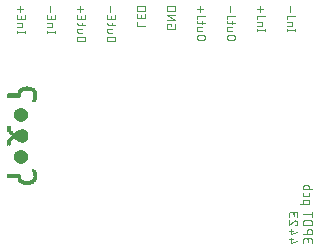
<source format=gbr>
G04 EAGLE Gerber RS-274X export*
G75*
%MOMM*%
%FSLAX34Y34*%
%LPD*%
%INSilkscreen Bottom*%
%IPPOS*%
%AMOC8*
5,1,8,0,0,1.08239X$1,22.5*%
G01*
%ADD10C,0.076200*%
%ADD11R,0.025400X0.152400*%
%ADD12R,0.025400X0.101600*%
%ADD13R,0.025400X0.025400*%
%ADD14R,0.025400X0.050800*%
%ADD15R,0.025400X0.279400*%
%ADD16R,0.025400X0.355600*%
%ADD17R,0.025400X0.304800*%
%ADD18R,0.025400X0.431800*%
%ADD19R,0.025400X0.482600*%
%ADD20R,0.025400X0.533400*%
%ADD21R,0.025400X0.558800*%
%ADD22R,0.025400X0.584200*%
%ADD23R,0.025400X0.609600*%
%ADD24R,0.025400X0.635000*%
%ADD25R,0.025400X0.660400*%
%ADD26R,0.025400X0.406400*%
%ADD27R,0.025400X0.762000*%
%ADD28R,0.025400X0.736600*%
%ADD29R,0.025400X0.457200*%
%ADD30R,0.025400X0.508000*%
%ADD31R,0.025400X0.711200*%
%ADD32R,0.025400X0.838200*%
%ADD33R,0.025400X0.812800*%
%ADD34R,0.025400X0.863600*%
%ADD35R,0.025400X0.889000*%
%ADD36R,0.025400X0.914400*%
%ADD37R,0.025400X0.965200*%
%ADD38R,0.025400X0.787400*%
%ADD39R,0.025400X0.939800*%
%ADD40R,0.025400X0.990600*%
%ADD41R,0.025400X0.381000*%
%ADD42R,0.025400X1.016000*%
%ADD43R,0.025400X1.041400*%
%ADD44R,0.025400X1.066800*%
%ADD45R,0.025400X1.092200*%
%ADD46R,0.025400X0.685800*%
%ADD47R,0.025400X1.117600*%
%ADD48R,0.025400X1.143000*%
%ADD49R,0.025400X0.330200*%
%ADD50R,0.025400X0.076200*%
%ADD51R,0.025400X0.127000*%
%ADD52R,0.025400X0.203200*%
%ADD53R,0.025400X0.177800*%
%ADD54R,0.025400X0.254000*%


D10*
X25019Y191017D02*
X17653Y191017D01*
X17653Y191835D02*
X17653Y190198D01*
X25019Y190198D02*
X25019Y191835D01*
X22564Y194988D02*
X17653Y194988D01*
X22564Y194988D02*
X22564Y197034D01*
X22562Y197103D01*
X22556Y197171D01*
X22547Y197240D01*
X22533Y197307D01*
X22516Y197374D01*
X22495Y197440D01*
X22471Y197504D01*
X22442Y197567D01*
X22411Y197628D01*
X22376Y197687D01*
X22338Y197745D01*
X22296Y197800D01*
X22252Y197852D01*
X22204Y197902D01*
X22154Y197950D01*
X22102Y197994D01*
X22047Y198036D01*
X21989Y198074D01*
X21930Y198109D01*
X21869Y198140D01*
X21806Y198169D01*
X21742Y198193D01*
X21676Y198214D01*
X21609Y198231D01*
X21542Y198245D01*
X21473Y198254D01*
X21405Y198260D01*
X21336Y198262D01*
X17653Y198262D01*
X17653Y201910D02*
X17653Y205183D01*
X17653Y201910D02*
X25019Y201910D01*
X25019Y205183D01*
X21745Y204365D02*
X21745Y201910D01*
X20518Y208068D02*
X20518Y212979D01*
X22973Y210524D02*
X18062Y210524D01*
X43053Y191017D02*
X50419Y191017D01*
X43053Y190198D02*
X43053Y191835D01*
X50419Y191835D02*
X50419Y190198D01*
X47964Y194988D02*
X43053Y194988D01*
X47964Y194988D02*
X47964Y197034D01*
X47962Y197103D01*
X47956Y197171D01*
X47947Y197240D01*
X47933Y197307D01*
X47916Y197374D01*
X47895Y197440D01*
X47871Y197504D01*
X47842Y197567D01*
X47811Y197628D01*
X47776Y197687D01*
X47738Y197745D01*
X47696Y197800D01*
X47652Y197852D01*
X47604Y197902D01*
X47554Y197950D01*
X47502Y197994D01*
X47447Y198036D01*
X47389Y198074D01*
X47330Y198109D01*
X47269Y198140D01*
X47206Y198169D01*
X47142Y198193D01*
X47076Y198214D01*
X47009Y198231D01*
X46942Y198245D01*
X46873Y198254D01*
X46805Y198260D01*
X46736Y198262D01*
X43053Y198262D01*
X43053Y201910D02*
X43053Y205183D01*
X43053Y201910D02*
X50419Y201910D01*
X50419Y205183D01*
X47145Y204365D02*
X47145Y201910D01*
X45918Y208068D02*
X45918Y212979D01*
X70499Y182874D02*
X73773Y182874D01*
X73773Y182875D02*
X73862Y182877D01*
X73951Y182883D01*
X74040Y182893D01*
X74128Y182906D01*
X74216Y182923D01*
X74303Y182945D01*
X74388Y182970D01*
X74473Y182998D01*
X74556Y183031D01*
X74638Y183067D01*
X74718Y183106D01*
X74796Y183149D01*
X74872Y183195D01*
X74947Y183245D01*
X75019Y183298D01*
X75088Y183354D01*
X75155Y183413D01*
X75220Y183474D01*
X75281Y183539D01*
X75340Y183606D01*
X75396Y183675D01*
X75449Y183747D01*
X75499Y183822D01*
X75545Y183898D01*
X75588Y183976D01*
X75627Y184056D01*
X75663Y184138D01*
X75696Y184221D01*
X75724Y184306D01*
X75749Y184391D01*
X75771Y184478D01*
X75788Y184566D01*
X75801Y184654D01*
X75811Y184743D01*
X75817Y184832D01*
X75819Y184921D01*
X75817Y185010D01*
X75811Y185099D01*
X75801Y185188D01*
X75788Y185276D01*
X75771Y185364D01*
X75749Y185451D01*
X75724Y185536D01*
X75696Y185621D01*
X75663Y185704D01*
X75627Y185786D01*
X75588Y185866D01*
X75545Y185944D01*
X75499Y186020D01*
X75449Y186095D01*
X75396Y186167D01*
X75340Y186236D01*
X75281Y186303D01*
X75220Y186368D01*
X75155Y186429D01*
X75088Y186488D01*
X75019Y186544D01*
X74947Y186597D01*
X74872Y186647D01*
X74796Y186693D01*
X74718Y186736D01*
X74638Y186775D01*
X74556Y186811D01*
X74473Y186844D01*
X74388Y186872D01*
X74303Y186897D01*
X74216Y186919D01*
X74128Y186936D01*
X74040Y186949D01*
X73951Y186959D01*
X73862Y186965D01*
X73773Y186967D01*
X70499Y186967D01*
X70410Y186965D01*
X70321Y186959D01*
X70232Y186949D01*
X70144Y186936D01*
X70056Y186919D01*
X69969Y186897D01*
X69884Y186872D01*
X69799Y186844D01*
X69716Y186811D01*
X69634Y186775D01*
X69554Y186736D01*
X69476Y186693D01*
X69400Y186647D01*
X69325Y186597D01*
X69253Y186544D01*
X69184Y186488D01*
X69117Y186429D01*
X69052Y186368D01*
X68991Y186303D01*
X68932Y186236D01*
X68876Y186167D01*
X68823Y186095D01*
X68773Y186020D01*
X68727Y185944D01*
X68684Y185866D01*
X68645Y185786D01*
X68609Y185704D01*
X68576Y185621D01*
X68548Y185536D01*
X68523Y185451D01*
X68501Y185364D01*
X68484Y185276D01*
X68471Y185188D01*
X68461Y185099D01*
X68455Y185010D01*
X68453Y184921D01*
X68455Y184832D01*
X68461Y184743D01*
X68471Y184654D01*
X68484Y184566D01*
X68501Y184478D01*
X68523Y184391D01*
X68548Y184306D01*
X68576Y184221D01*
X68609Y184138D01*
X68645Y184056D01*
X68684Y183976D01*
X68727Y183898D01*
X68773Y183822D01*
X68823Y183747D01*
X68876Y183675D01*
X68932Y183606D01*
X68991Y183539D01*
X69052Y183474D01*
X69117Y183413D01*
X69184Y183354D01*
X69253Y183298D01*
X69325Y183245D01*
X69400Y183195D01*
X69476Y183149D01*
X69554Y183106D01*
X69634Y183067D01*
X69716Y183031D01*
X69799Y182998D01*
X69884Y182970D01*
X69969Y182945D01*
X70056Y182923D01*
X70144Y182906D01*
X70232Y182893D01*
X70321Y182883D01*
X70410Y182877D01*
X70499Y182875D01*
X69681Y190355D02*
X73364Y190355D01*
X69681Y190355D02*
X69612Y190357D01*
X69544Y190363D01*
X69475Y190372D01*
X69408Y190386D01*
X69341Y190403D01*
X69275Y190424D01*
X69211Y190448D01*
X69148Y190477D01*
X69087Y190508D01*
X69028Y190543D01*
X68970Y190581D01*
X68915Y190623D01*
X68863Y190667D01*
X68813Y190715D01*
X68765Y190765D01*
X68721Y190817D01*
X68679Y190872D01*
X68641Y190930D01*
X68606Y190989D01*
X68575Y191050D01*
X68546Y191113D01*
X68522Y191177D01*
X68501Y191243D01*
X68484Y191310D01*
X68470Y191377D01*
X68461Y191446D01*
X68455Y191514D01*
X68453Y191583D01*
X68453Y193629D01*
X73364Y193629D01*
X73364Y196308D02*
X73364Y198764D01*
X75819Y197127D02*
X69681Y197127D01*
X69681Y197126D02*
X69612Y197128D01*
X69544Y197134D01*
X69475Y197143D01*
X69408Y197157D01*
X69341Y197174D01*
X69275Y197195D01*
X69211Y197219D01*
X69148Y197248D01*
X69087Y197279D01*
X69028Y197314D01*
X68970Y197352D01*
X68915Y197394D01*
X68863Y197438D01*
X68813Y197486D01*
X68765Y197536D01*
X68721Y197588D01*
X68679Y197643D01*
X68641Y197701D01*
X68606Y197760D01*
X68575Y197821D01*
X68546Y197884D01*
X68522Y197948D01*
X68501Y198014D01*
X68484Y198081D01*
X68470Y198148D01*
X68461Y198217D01*
X68455Y198285D01*
X68453Y198354D01*
X68453Y198764D01*
X68453Y201910D02*
X68453Y205183D01*
X68453Y201910D02*
X75819Y201910D01*
X75819Y205183D01*
X72545Y204365D02*
X72545Y201910D01*
X71318Y208068D02*
X71318Y212979D01*
X73773Y210524D02*
X68862Y210524D01*
X95899Y182874D02*
X99173Y182874D01*
X99173Y182875D02*
X99262Y182877D01*
X99351Y182883D01*
X99440Y182893D01*
X99528Y182906D01*
X99616Y182923D01*
X99703Y182945D01*
X99788Y182970D01*
X99873Y182998D01*
X99956Y183031D01*
X100038Y183067D01*
X100118Y183106D01*
X100196Y183149D01*
X100272Y183195D01*
X100347Y183245D01*
X100419Y183298D01*
X100488Y183354D01*
X100555Y183413D01*
X100620Y183474D01*
X100681Y183539D01*
X100740Y183606D01*
X100796Y183675D01*
X100849Y183747D01*
X100899Y183822D01*
X100945Y183898D01*
X100988Y183976D01*
X101027Y184056D01*
X101063Y184138D01*
X101096Y184221D01*
X101124Y184306D01*
X101149Y184391D01*
X101171Y184478D01*
X101188Y184566D01*
X101201Y184654D01*
X101211Y184743D01*
X101217Y184832D01*
X101219Y184921D01*
X101217Y185010D01*
X101211Y185099D01*
X101201Y185188D01*
X101188Y185276D01*
X101171Y185364D01*
X101149Y185451D01*
X101124Y185536D01*
X101096Y185621D01*
X101063Y185704D01*
X101027Y185786D01*
X100988Y185866D01*
X100945Y185944D01*
X100899Y186020D01*
X100849Y186095D01*
X100796Y186167D01*
X100740Y186236D01*
X100681Y186303D01*
X100620Y186368D01*
X100555Y186429D01*
X100488Y186488D01*
X100419Y186544D01*
X100347Y186597D01*
X100272Y186647D01*
X100196Y186693D01*
X100118Y186736D01*
X100038Y186775D01*
X99956Y186811D01*
X99873Y186844D01*
X99788Y186872D01*
X99703Y186897D01*
X99616Y186919D01*
X99528Y186936D01*
X99440Y186949D01*
X99351Y186959D01*
X99262Y186965D01*
X99173Y186967D01*
X95899Y186967D01*
X95810Y186965D01*
X95721Y186959D01*
X95632Y186949D01*
X95544Y186936D01*
X95456Y186919D01*
X95369Y186897D01*
X95284Y186872D01*
X95199Y186844D01*
X95116Y186811D01*
X95034Y186775D01*
X94954Y186736D01*
X94876Y186693D01*
X94800Y186647D01*
X94725Y186597D01*
X94653Y186544D01*
X94584Y186488D01*
X94517Y186429D01*
X94452Y186368D01*
X94391Y186303D01*
X94332Y186236D01*
X94276Y186167D01*
X94223Y186095D01*
X94173Y186020D01*
X94127Y185944D01*
X94084Y185866D01*
X94045Y185786D01*
X94009Y185704D01*
X93976Y185621D01*
X93948Y185536D01*
X93923Y185451D01*
X93901Y185364D01*
X93884Y185276D01*
X93871Y185188D01*
X93861Y185099D01*
X93855Y185010D01*
X93853Y184921D01*
X93855Y184832D01*
X93861Y184743D01*
X93871Y184654D01*
X93884Y184566D01*
X93901Y184478D01*
X93923Y184391D01*
X93948Y184306D01*
X93976Y184221D01*
X94009Y184138D01*
X94045Y184056D01*
X94084Y183976D01*
X94127Y183898D01*
X94173Y183822D01*
X94223Y183747D01*
X94276Y183675D01*
X94332Y183606D01*
X94391Y183539D01*
X94452Y183474D01*
X94517Y183413D01*
X94584Y183354D01*
X94653Y183298D01*
X94725Y183245D01*
X94800Y183195D01*
X94876Y183149D01*
X94954Y183106D01*
X95034Y183067D01*
X95116Y183031D01*
X95199Y182998D01*
X95284Y182970D01*
X95369Y182945D01*
X95456Y182923D01*
X95544Y182906D01*
X95632Y182893D01*
X95721Y182883D01*
X95810Y182877D01*
X95899Y182875D01*
X95081Y190355D02*
X98764Y190355D01*
X95081Y190355D02*
X95012Y190357D01*
X94944Y190363D01*
X94875Y190372D01*
X94808Y190386D01*
X94741Y190403D01*
X94675Y190424D01*
X94611Y190448D01*
X94548Y190477D01*
X94487Y190508D01*
X94428Y190543D01*
X94370Y190581D01*
X94315Y190623D01*
X94263Y190667D01*
X94213Y190715D01*
X94165Y190765D01*
X94121Y190817D01*
X94079Y190872D01*
X94041Y190930D01*
X94006Y190989D01*
X93975Y191050D01*
X93946Y191113D01*
X93922Y191177D01*
X93901Y191243D01*
X93884Y191310D01*
X93870Y191377D01*
X93861Y191446D01*
X93855Y191514D01*
X93853Y191583D01*
X93853Y193629D01*
X98764Y193629D01*
X98764Y196308D02*
X98764Y198764D01*
X101219Y197127D02*
X95081Y197127D01*
X95081Y197126D02*
X95012Y197128D01*
X94944Y197134D01*
X94875Y197143D01*
X94808Y197157D01*
X94741Y197174D01*
X94675Y197195D01*
X94611Y197219D01*
X94548Y197248D01*
X94487Y197279D01*
X94428Y197314D01*
X94370Y197352D01*
X94315Y197394D01*
X94263Y197438D01*
X94213Y197486D01*
X94165Y197536D01*
X94121Y197588D01*
X94079Y197643D01*
X94041Y197701D01*
X94006Y197760D01*
X93975Y197821D01*
X93946Y197884D01*
X93922Y197948D01*
X93901Y198014D01*
X93884Y198081D01*
X93870Y198148D01*
X93861Y198217D01*
X93855Y198285D01*
X93853Y198354D01*
X93853Y198764D01*
X93853Y201910D02*
X93853Y205183D01*
X93853Y201910D02*
X101219Y201910D01*
X101219Y205183D01*
X97945Y204365D02*
X97945Y201910D01*
X96718Y208068D02*
X96718Y212979D01*
X119253Y196223D02*
X126619Y196223D01*
X119253Y196223D02*
X119253Y199497D01*
X119253Y202563D02*
X119253Y205836D01*
X119253Y202563D02*
X126619Y202563D01*
X126619Y205836D01*
X123345Y205018D02*
X123345Y202563D01*
X126619Y208887D02*
X119253Y208887D01*
X126619Y208887D02*
X126619Y210933D01*
X126617Y211022D01*
X126611Y211111D01*
X126601Y211200D01*
X126588Y211288D01*
X126571Y211376D01*
X126549Y211463D01*
X126524Y211548D01*
X126496Y211633D01*
X126463Y211716D01*
X126427Y211798D01*
X126388Y211878D01*
X126345Y211956D01*
X126299Y212032D01*
X126249Y212107D01*
X126196Y212179D01*
X126140Y212248D01*
X126081Y212315D01*
X126020Y212380D01*
X125955Y212441D01*
X125888Y212500D01*
X125819Y212556D01*
X125747Y212609D01*
X125672Y212659D01*
X125596Y212705D01*
X125518Y212748D01*
X125438Y212787D01*
X125356Y212823D01*
X125273Y212856D01*
X125188Y212884D01*
X125103Y212909D01*
X125016Y212931D01*
X124928Y212948D01*
X124840Y212961D01*
X124751Y212971D01*
X124662Y212977D01*
X124573Y212979D01*
X121299Y212979D01*
X121210Y212977D01*
X121121Y212971D01*
X121032Y212961D01*
X120944Y212948D01*
X120856Y212931D01*
X120769Y212909D01*
X120684Y212884D01*
X120599Y212856D01*
X120516Y212823D01*
X120434Y212787D01*
X120354Y212748D01*
X120276Y212705D01*
X120200Y212659D01*
X120125Y212609D01*
X120053Y212556D01*
X119984Y212500D01*
X119917Y212441D01*
X119852Y212380D01*
X119791Y212315D01*
X119732Y212248D01*
X119676Y212179D01*
X119623Y212107D01*
X119573Y212032D01*
X119527Y211956D01*
X119484Y211878D01*
X119445Y211798D01*
X119409Y211716D01*
X119376Y211633D01*
X119348Y211548D01*
X119323Y211463D01*
X119301Y211376D01*
X119284Y211288D01*
X119271Y211200D01*
X119261Y211111D01*
X119255Y211022D01*
X119253Y210933D01*
X119253Y208887D01*
X148745Y197373D02*
X148745Y196146D01*
X148745Y197373D02*
X144653Y197373D01*
X144653Y194918D01*
X144655Y194840D01*
X144660Y194762D01*
X144670Y194685D01*
X144683Y194608D01*
X144699Y194532D01*
X144719Y194457D01*
X144743Y194383D01*
X144770Y194310D01*
X144801Y194238D01*
X144835Y194168D01*
X144872Y194100D01*
X144913Y194033D01*
X144957Y193968D01*
X145003Y193906D01*
X145053Y193846D01*
X145105Y193788D01*
X145160Y193733D01*
X145218Y193681D01*
X145278Y193631D01*
X145340Y193585D01*
X145405Y193541D01*
X145472Y193500D01*
X145540Y193463D01*
X145610Y193429D01*
X145682Y193398D01*
X145755Y193371D01*
X145829Y193347D01*
X145904Y193327D01*
X145980Y193311D01*
X146057Y193298D01*
X146134Y193288D01*
X146212Y193283D01*
X146290Y193281D01*
X150382Y193281D01*
X150460Y193283D01*
X150538Y193288D01*
X150615Y193298D01*
X150692Y193311D01*
X150768Y193327D01*
X150843Y193347D01*
X150917Y193371D01*
X150990Y193398D01*
X151062Y193429D01*
X151132Y193463D01*
X151201Y193500D01*
X151267Y193541D01*
X151332Y193585D01*
X151394Y193631D01*
X151454Y193681D01*
X151512Y193733D01*
X151567Y193788D01*
X151619Y193846D01*
X151669Y193906D01*
X151715Y193968D01*
X151759Y194033D01*
X151800Y194100D01*
X151837Y194168D01*
X151871Y194238D01*
X151902Y194310D01*
X151929Y194383D01*
X151953Y194457D01*
X151973Y194532D01*
X151989Y194608D01*
X152002Y194685D01*
X152012Y194762D01*
X152017Y194840D01*
X152019Y194918D01*
X152019Y197373D01*
X152019Y201084D02*
X144653Y201084D01*
X144653Y205176D02*
X152019Y201084D01*
X152019Y205176D02*
X144653Y205176D01*
X144653Y208887D02*
X152019Y208887D01*
X152019Y210933D01*
X152017Y211022D01*
X152011Y211111D01*
X152001Y211200D01*
X151988Y211288D01*
X151971Y211376D01*
X151949Y211463D01*
X151924Y211548D01*
X151896Y211633D01*
X151863Y211716D01*
X151827Y211798D01*
X151788Y211878D01*
X151745Y211956D01*
X151699Y212032D01*
X151649Y212107D01*
X151596Y212179D01*
X151540Y212248D01*
X151481Y212315D01*
X151420Y212380D01*
X151355Y212441D01*
X151288Y212500D01*
X151219Y212556D01*
X151147Y212609D01*
X151072Y212659D01*
X150996Y212705D01*
X150918Y212748D01*
X150838Y212787D01*
X150756Y212823D01*
X150673Y212856D01*
X150588Y212884D01*
X150503Y212909D01*
X150416Y212931D01*
X150328Y212948D01*
X150240Y212961D01*
X150151Y212971D01*
X150062Y212977D01*
X149973Y212979D01*
X146699Y212979D01*
X146610Y212977D01*
X146521Y212971D01*
X146432Y212961D01*
X146344Y212948D01*
X146256Y212931D01*
X146169Y212909D01*
X146084Y212884D01*
X145999Y212856D01*
X145916Y212823D01*
X145834Y212787D01*
X145754Y212748D01*
X145676Y212705D01*
X145600Y212659D01*
X145525Y212609D01*
X145453Y212556D01*
X145384Y212500D01*
X145317Y212441D01*
X145252Y212380D01*
X145191Y212315D01*
X145132Y212248D01*
X145076Y212179D01*
X145023Y212107D01*
X144973Y212032D01*
X144927Y211956D01*
X144884Y211878D01*
X144845Y211798D01*
X144809Y211716D01*
X144776Y211633D01*
X144748Y211548D01*
X144723Y211463D01*
X144701Y211376D01*
X144684Y211288D01*
X144671Y211200D01*
X144661Y211111D01*
X144655Y211022D01*
X144653Y210933D01*
X144653Y208887D01*
X172099Y184094D02*
X175373Y184094D01*
X175462Y184096D01*
X175551Y184102D01*
X175640Y184112D01*
X175728Y184125D01*
X175816Y184142D01*
X175903Y184164D01*
X175988Y184189D01*
X176073Y184217D01*
X176156Y184250D01*
X176238Y184286D01*
X176318Y184325D01*
X176396Y184368D01*
X176472Y184414D01*
X176547Y184464D01*
X176619Y184517D01*
X176688Y184573D01*
X176755Y184632D01*
X176820Y184693D01*
X176881Y184758D01*
X176940Y184825D01*
X176996Y184894D01*
X177049Y184966D01*
X177099Y185041D01*
X177145Y185117D01*
X177188Y185195D01*
X177227Y185275D01*
X177263Y185357D01*
X177296Y185440D01*
X177324Y185525D01*
X177349Y185610D01*
X177371Y185697D01*
X177388Y185785D01*
X177401Y185873D01*
X177411Y185962D01*
X177417Y186051D01*
X177419Y186140D01*
X177417Y186229D01*
X177411Y186318D01*
X177401Y186407D01*
X177388Y186495D01*
X177371Y186583D01*
X177349Y186670D01*
X177324Y186755D01*
X177296Y186840D01*
X177263Y186923D01*
X177227Y187005D01*
X177188Y187085D01*
X177145Y187163D01*
X177099Y187239D01*
X177049Y187314D01*
X176996Y187386D01*
X176940Y187455D01*
X176881Y187522D01*
X176820Y187587D01*
X176755Y187648D01*
X176688Y187707D01*
X176619Y187763D01*
X176547Y187816D01*
X176472Y187866D01*
X176396Y187912D01*
X176318Y187955D01*
X176238Y187994D01*
X176156Y188030D01*
X176073Y188063D01*
X175988Y188091D01*
X175903Y188116D01*
X175816Y188138D01*
X175728Y188155D01*
X175640Y188168D01*
X175551Y188178D01*
X175462Y188184D01*
X175373Y188186D01*
X172099Y188186D01*
X172010Y188184D01*
X171921Y188178D01*
X171832Y188168D01*
X171744Y188155D01*
X171656Y188138D01*
X171569Y188116D01*
X171484Y188091D01*
X171399Y188063D01*
X171316Y188030D01*
X171234Y187994D01*
X171154Y187955D01*
X171076Y187912D01*
X171000Y187866D01*
X170925Y187816D01*
X170853Y187763D01*
X170784Y187707D01*
X170717Y187648D01*
X170652Y187587D01*
X170591Y187522D01*
X170532Y187455D01*
X170476Y187386D01*
X170423Y187314D01*
X170373Y187239D01*
X170327Y187163D01*
X170284Y187085D01*
X170245Y187005D01*
X170209Y186923D01*
X170176Y186840D01*
X170148Y186755D01*
X170123Y186670D01*
X170101Y186583D01*
X170084Y186495D01*
X170071Y186407D01*
X170061Y186318D01*
X170055Y186229D01*
X170053Y186140D01*
X170055Y186051D01*
X170061Y185962D01*
X170071Y185873D01*
X170084Y185785D01*
X170101Y185697D01*
X170123Y185610D01*
X170148Y185525D01*
X170176Y185440D01*
X170209Y185357D01*
X170245Y185275D01*
X170284Y185195D01*
X170327Y185117D01*
X170373Y185041D01*
X170423Y184966D01*
X170476Y184894D01*
X170532Y184825D01*
X170591Y184758D01*
X170652Y184693D01*
X170717Y184632D01*
X170784Y184573D01*
X170853Y184517D01*
X170925Y184464D01*
X171000Y184414D01*
X171076Y184368D01*
X171154Y184325D01*
X171234Y184286D01*
X171316Y184250D01*
X171399Y184217D01*
X171484Y184189D01*
X171569Y184164D01*
X171656Y184142D01*
X171744Y184125D01*
X171832Y184112D01*
X171921Y184102D01*
X172010Y184096D01*
X172099Y184094D01*
X171281Y191574D02*
X174964Y191574D01*
X171281Y191574D02*
X171212Y191576D01*
X171144Y191582D01*
X171075Y191591D01*
X171008Y191605D01*
X170941Y191622D01*
X170875Y191643D01*
X170811Y191667D01*
X170748Y191696D01*
X170687Y191727D01*
X170628Y191762D01*
X170570Y191800D01*
X170515Y191842D01*
X170463Y191886D01*
X170413Y191934D01*
X170365Y191984D01*
X170321Y192036D01*
X170279Y192091D01*
X170241Y192149D01*
X170206Y192208D01*
X170175Y192269D01*
X170146Y192332D01*
X170122Y192396D01*
X170101Y192462D01*
X170084Y192529D01*
X170070Y192596D01*
X170061Y192665D01*
X170055Y192733D01*
X170053Y192802D01*
X170053Y194848D01*
X174964Y194848D01*
X174964Y197528D02*
X174964Y199983D01*
X177419Y198346D02*
X171281Y198346D01*
X171212Y198348D01*
X171144Y198354D01*
X171075Y198363D01*
X171008Y198377D01*
X170941Y198394D01*
X170875Y198415D01*
X170811Y198439D01*
X170748Y198468D01*
X170687Y198499D01*
X170628Y198534D01*
X170570Y198572D01*
X170515Y198614D01*
X170463Y198658D01*
X170413Y198706D01*
X170365Y198756D01*
X170321Y198808D01*
X170279Y198863D01*
X170241Y198921D01*
X170206Y198980D01*
X170175Y199041D01*
X170146Y199104D01*
X170122Y199168D01*
X170101Y199234D01*
X170084Y199301D01*
X170070Y199368D01*
X170061Y199437D01*
X170055Y199505D01*
X170053Y199574D01*
X170053Y199983D01*
X171690Y204555D02*
X177419Y204555D01*
X171690Y204556D02*
X171612Y204554D01*
X171534Y204549D01*
X171457Y204539D01*
X171380Y204526D01*
X171304Y204510D01*
X171229Y204490D01*
X171155Y204466D01*
X171082Y204439D01*
X171010Y204408D01*
X170940Y204374D01*
X170872Y204337D01*
X170805Y204296D01*
X170740Y204252D01*
X170678Y204206D01*
X170618Y204156D01*
X170560Y204104D01*
X170505Y204049D01*
X170453Y203991D01*
X170403Y203931D01*
X170357Y203869D01*
X170313Y203804D01*
X170272Y203738D01*
X170235Y203669D01*
X170201Y203599D01*
X170170Y203527D01*
X170143Y203454D01*
X170119Y203380D01*
X170099Y203305D01*
X170083Y203229D01*
X170070Y203152D01*
X170060Y203075D01*
X170055Y202997D01*
X170053Y202919D01*
X170053Y202100D01*
X172918Y208068D02*
X172918Y212979D01*
X175373Y210524D02*
X170462Y210524D01*
X197499Y184094D02*
X200773Y184094D01*
X200862Y184096D01*
X200951Y184102D01*
X201040Y184112D01*
X201128Y184125D01*
X201216Y184142D01*
X201303Y184164D01*
X201388Y184189D01*
X201473Y184217D01*
X201556Y184250D01*
X201638Y184286D01*
X201718Y184325D01*
X201796Y184368D01*
X201872Y184414D01*
X201947Y184464D01*
X202019Y184517D01*
X202088Y184573D01*
X202155Y184632D01*
X202220Y184693D01*
X202281Y184758D01*
X202340Y184825D01*
X202396Y184894D01*
X202449Y184966D01*
X202499Y185041D01*
X202545Y185117D01*
X202588Y185195D01*
X202627Y185275D01*
X202663Y185357D01*
X202696Y185440D01*
X202724Y185525D01*
X202749Y185610D01*
X202771Y185697D01*
X202788Y185785D01*
X202801Y185873D01*
X202811Y185962D01*
X202817Y186051D01*
X202819Y186140D01*
X202817Y186229D01*
X202811Y186318D01*
X202801Y186407D01*
X202788Y186495D01*
X202771Y186583D01*
X202749Y186670D01*
X202724Y186755D01*
X202696Y186840D01*
X202663Y186923D01*
X202627Y187005D01*
X202588Y187085D01*
X202545Y187163D01*
X202499Y187239D01*
X202449Y187314D01*
X202396Y187386D01*
X202340Y187455D01*
X202281Y187522D01*
X202220Y187587D01*
X202155Y187648D01*
X202088Y187707D01*
X202019Y187763D01*
X201947Y187816D01*
X201872Y187866D01*
X201796Y187912D01*
X201718Y187955D01*
X201638Y187994D01*
X201556Y188030D01*
X201473Y188063D01*
X201388Y188091D01*
X201303Y188116D01*
X201216Y188138D01*
X201128Y188155D01*
X201040Y188168D01*
X200951Y188178D01*
X200862Y188184D01*
X200773Y188186D01*
X197499Y188186D01*
X197410Y188184D01*
X197321Y188178D01*
X197232Y188168D01*
X197144Y188155D01*
X197056Y188138D01*
X196969Y188116D01*
X196884Y188091D01*
X196799Y188063D01*
X196716Y188030D01*
X196634Y187994D01*
X196554Y187955D01*
X196476Y187912D01*
X196400Y187866D01*
X196325Y187816D01*
X196253Y187763D01*
X196184Y187707D01*
X196117Y187648D01*
X196052Y187587D01*
X195991Y187522D01*
X195932Y187455D01*
X195876Y187386D01*
X195823Y187314D01*
X195773Y187239D01*
X195727Y187163D01*
X195684Y187085D01*
X195645Y187005D01*
X195609Y186923D01*
X195576Y186840D01*
X195548Y186755D01*
X195523Y186670D01*
X195501Y186583D01*
X195484Y186495D01*
X195471Y186407D01*
X195461Y186318D01*
X195455Y186229D01*
X195453Y186140D01*
X195455Y186051D01*
X195461Y185962D01*
X195471Y185873D01*
X195484Y185785D01*
X195501Y185697D01*
X195523Y185610D01*
X195548Y185525D01*
X195576Y185440D01*
X195609Y185357D01*
X195645Y185275D01*
X195684Y185195D01*
X195727Y185117D01*
X195773Y185041D01*
X195823Y184966D01*
X195876Y184894D01*
X195932Y184825D01*
X195991Y184758D01*
X196052Y184693D01*
X196117Y184632D01*
X196184Y184573D01*
X196253Y184517D01*
X196325Y184464D01*
X196400Y184414D01*
X196476Y184368D01*
X196554Y184325D01*
X196634Y184286D01*
X196716Y184250D01*
X196799Y184217D01*
X196884Y184189D01*
X196969Y184164D01*
X197056Y184142D01*
X197144Y184125D01*
X197232Y184112D01*
X197321Y184102D01*
X197410Y184096D01*
X197499Y184094D01*
X196681Y191574D02*
X200364Y191574D01*
X196681Y191574D02*
X196612Y191576D01*
X196544Y191582D01*
X196475Y191591D01*
X196408Y191605D01*
X196341Y191622D01*
X196275Y191643D01*
X196211Y191667D01*
X196148Y191696D01*
X196087Y191727D01*
X196028Y191762D01*
X195970Y191800D01*
X195915Y191842D01*
X195863Y191886D01*
X195813Y191934D01*
X195765Y191984D01*
X195721Y192036D01*
X195679Y192091D01*
X195641Y192149D01*
X195606Y192208D01*
X195575Y192269D01*
X195546Y192332D01*
X195522Y192396D01*
X195501Y192462D01*
X195484Y192529D01*
X195470Y192596D01*
X195461Y192665D01*
X195455Y192733D01*
X195453Y192802D01*
X195453Y194848D01*
X200364Y194848D01*
X200364Y197528D02*
X200364Y199983D01*
X202819Y198346D02*
X196681Y198346D01*
X196612Y198348D01*
X196544Y198354D01*
X196475Y198363D01*
X196408Y198377D01*
X196341Y198394D01*
X196275Y198415D01*
X196211Y198439D01*
X196148Y198468D01*
X196087Y198499D01*
X196028Y198534D01*
X195970Y198572D01*
X195915Y198614D01*
X195863Y198658D01*
X195813Y198706D01*
X195765Y198756D01*
X195721Y198808D01*
X195679Y198863D01*
X195641Y198921D01*
X195606Y198980D01*
X195575Y199041D01*
X195546Y199104D01*
X195522Y199168D01*
X195501Y199234D01*
X195484Y199301D01*
X195470Y199368D01*
X195461Y199437D01*
X195455Y199505D01*
X195453Y199574D01*
X195453Y199983D01*
X197090Y204555D02*
X202819Y204555D01*
X197090Y204556D02*
X197012Y204554D01*
X196934Y204549D01*
X196857Y204539D01*
X196780Y204526D01*
X196704Y204510D01*
X196629Y204490D01*
X196555Y204466D01*
X196482Y204439D01*
X196410Y204408D01*
X196340Y204374D01*
X196272Y204337D01*
X196205Y204296D01*
X196140Y204252D01*
X196078Y204206D01*
X196018Y204156D01*
X195960Y204104D01*
X195905Y204049D01*
X195853Y203991D01*
X195803Y203931D01*
X195757Y203869D01*
X195713Y203804D01*
X195672Y203738D01*
X195635Y203669D01*
X195601Y203599D01*
X195570Y203527D01*
X195543Y203454D01*
X195519Y203380D01*
X195499Y203305D01*
X195483Y203229D01*
X195470Y203152D01*
X195460Y203075D01*
X195455Y202997D01*
X195453Y202919D01*
X195453Y202100D01*
X198318Y208068D02*
X198318Y212979D01*
X220853Y192236D02*
X228219Y192236D01*
X220853Y191417D02*
X220853Y193054D01*
X228219Y193054D02*
X228219Y191417D01*
X225764Y196207D02*
X220853Y196207D01*
X225764Y196207D02*
X225764Y198253D01*
X225762Y198322D01*
X225756Y198390D01*
X225747Y198459D01*
X225733Y198526D01*
X225716Y198593D01*
X225695Y198659D01*
X225671Y198723D01*
X225642Y198786D01*
X225611Y198847D01*
X225576Y198906D01*
X225538Y198964D01*
X225496Y199019D01*
X225452Y199071D01*
X225404Y199121D01*
X225354Y199169D01*
X225302Y199213D01*
X225247Y199255D01*
X225189Y199293D01*
X225130Y199328D01*
X225069Y199359D01*
X225006Y199388D01*
X224942Y199412D01*
X224876Y199433D01*
X224809Y199450D01*
X224742Y199464D01*
X224673Y199473D01*
X224605Y199479D01*
X224536Y199481D01*
X220853Y199481D01*
X222490Y204555D02*
X228219Y204555D01*
X222490Y204556D02*
X222412Y204554D01*
X222334Y204549D01*
X222257Y204539D01*
X222180Y204526D01*
X222104Y204510D01*
X222029Y204490D01*
X221955Y204466D01*
X221882Y204439D01*
X221810Y204408D01*
X221740Y204374D01*
X221672Y204337D01*
X221605Y204296D01*
X221540Y204252D01*
X221478Y204206D01*
X221418Y204156D01*
X221360Y204104D01*
X221305Y204049D01*
X221253Y203991D01*
X221203Y203931D01*
X221157Y203869D01*
X221113Y203804D01*
X221072Y203738D01*
X221035Y203669D01*
X221001Y203599D01*
X220970Y203527D01*
X220943Y203454D01*
X220919Y203380D01*
X220899Y203305D01*
X220883Y203229D01*
X220870Y203152D01*
X220860Y203075D01*
X220855Y202997D01*
X220853Y202919D01*
X220853Y202100D01*
X223718Y208068D02*
X223718Y212979D01*
X226173Y210524D02*
X221262Y210524D01*
X246253Y192236D02*
X253619Y192236D01*
X246253Y191417D02*
X246253Y193054D01*
X253619Y193054D02*
X253619Y191417D01*
X251164Y196207D02*
X246253Y196207D01*
X251164Y196207D02*
X251164Y198253D01*
X251162Y198322D01*
X251156Y198390D01*
X251147Y198459D01*
X251133Y198526D01*
X251116Y198593D01*
X251095Y198659D01*
X251071Y198723D01*
X251042Y198786D01*
X251011Y198847D01*
X250976Y198906D01*
X250938Y198964D01*
X250896Y199019D01*
X250852Y199071D01*
X250804Y199121D01*
X250754Y199169D01*
X250702Y199213D01*
X250647Y199255D01*
X250589Y199293D01*
X250530Y199328D01*
X250469Y199359D01*
X250406Y199388D01*
X250342Y199412D01*
X250276Y199433D01*
X250209Y199450D01*
X250142Y199464D01*
X250073Y199473D01*
X250005Y199479D01*
X249936Y199481D01*
X246253Y199481D01*
X247890Y204555D02*
X253619Y204555D01*
X247890Y204556D02*
X247812Y204554D01*
X247734Y204549D01*
X247657Y204539D01*
X247580Y204526D01*
X247504Y204510D01*
X247429Y204490D01*
X247355Y204466D01*
X247282Y204439D01*
X247210Y204408D01*
X247140Y204374D01*
X247072Y204337D01*
X247005Y204296D01*
X246940Y204252D01*
X246878Y204206D01*
X246818Y204156D01*
X246760Y204104D01*
X246705Y204049D01*
X246653Y203991D01*
X246603Y203931D01*
X246557Y203869D01*
X246513Y203804D01*
X246472Y203738D01*
X246435Y203669D01*
X246401Y203599D01*
X246370Y203527D01*
X246343Y203454D01*
X246319Y203380D01*
X246299Y203305D01*
X246283Y203229D01*
X246270Y203152D01*
X246260Y203075D01*
X246255Y202997D01*
X246253Y202919D01*
X246253Y202100D01*
X249118Y208068D02*
X249118Y212979D01*
D11*
X10160Y137033D03*
D12*
X10160Y109347D03*
D13*
X10160Y108458D03*
X10160Y97282D03*
D14*
X10160Y96647D03*
D13*
X10160Y96012D03*
D11*
X10160Y68961D03*
D15*
X10414Y136906D03*
D16*
X10414Y108839D03*
X10414Y96901D03*
D15*
X10414Y68834D03*
D17*
X10668Y136779D03*
D18*
X10668Y108712D03*
X10668Y97028D03*
D17*
X10668Y68707D03*
X10922Y137033D03*
D19*
X10922Y108712D03*
X10922Y97282D03*
D17*
X10922Y68961D03*
X11176Y136779D03*
D20*
X11176Y108458D03*
X11176Y97282D03*
D15*
X11176Y68834D03*
D17*
X11430Y137033D03*
D21*
X11430Y108331D03*
X11430Y97409D03*
D17*
X11430Y68961D03*
X11684Y136779D03*
D22*
X11684Y108204D03*
X11684Y97536D03*
D17*
X11684Y68707D03*
X11938Y137033D03*
D23*
X11938Y108077D03*
X11938Y97663D03*
D17*
X11938Y68961D03*
X12192Y136779D03*
D24*
X12192Y107950D03*
X12192Y97790D03*
D15*
X12192Y68834D03*
D17*
X12446Y137033D03*
D25*
X12446Y107823D03*
D24*
X12446Y98044D03*
D17*
X12446Y68961D03*
X12700Y136779D03*
D12*
X12700Y110363D03*
D13*
X12700Y109474D03*
D19*
X12700Y106680D03*
X12700Y99060D03*
D11*
X12700Y95631D03*
D17*
X12700Y68707D03*
X12954Y137033D03*
D18*
X12954Y106172D03*
X12954Y99568D03*
D17*
X12954Y68961D03*
X13208Y136779D03*
D26*
X13208Y105791D03*
X13208Y99949D03*
D15*
X13208Y68834D03*
D17*
X13462Y137033D03*
D26*
X13462Y105537D03*
X13462Y100203D03*
D17*
X13462Y68961D03*
X13716Y136779D03*
D26*
X13716Y105283D03*
X13716Y100457D03*
D17*
X13716Y68707D03*
X13970Y137033D03*
D26*
X13970Y105029D03*
X13970Y100711D03*
D17*
X13970Y68961D03*
X14224Y136779D03*
D27*
X14224Y102743D03*
D15*
X14224Y68834D03*
D17*
X14478Y137033D03*
D28*
X14478Y102870D03*
D17*
X14478Y68961D03*
X14732Y136779D03*
D25*
X14732Y102743D03*
D17*
X14732Y68707D03*
X14986Y137033D03*
D24*
X14986Y102870D03*
D17*
X14986Y68961D03*
X15240Y136779D03*
D22*
X15240Y102616D03*
D15*
X15240Y68834D03*
D17*
X15494Y137033D03*
D20*
X15494Y102870D03*
D17*
X15494Y68961D03*
X15748Y136779D03*
D19*
X15748Y102616D03*
D17*
X15748Y68707D03*
X16002Y137033D03*
D18*
X16002Y102616D03*
D17*
X16002Y68961D03*
X16256Y136779D03*
D15*
X16256Y120650D03*
D26*
X16256Y102743D03*
D17*
X16256Y84963D03*
D15*
X16256Y68834D03*
D17*
X16510Y137033D03*
D29*
X16510Y120777D03*
D18*
X16510Y102870D03*
D29*
X16510Y85217D03*
D17*
X16510Y68961D03*
X16764Y136779D03*
D20*
X16764Y120650D03*
D30*
X16764Y102743D03*
D21*
X16764Y84963D03*
D17*
X16764Y68707D03*
X17018Y137033D03*
D25*
X17018Y120777D03*
D20*
X17018Y102870D03*
D24*
X17018Y85090D03*
D17*
X17018Y68961D03*
X17272Y136779D03*
D31*
X17272Y120777D03*
D23*
X17272Y102743D03*
D31*
X17272Y84963D03*
D15*
X17272Y68834D03*
D17*
X17526Y137033D03*
D27*
X17526Y120777D03*
D24*
X17526Y102870D03*
D27*
X17526Y85217D03*
D17*
X17526Y68961D03*
X17780Y136779D03*
D32*
X17780Y120650D03*
D25*
X17780Y102743D03*
D33*
X17780Y84963D03*
D17*
X17780Y68707D03*
X18034Y137033D03*
D34*
X18034Y120777D03*
D31*
X18034Y102743D03*
D34*
X18034Y85217D03*
D17*
X18034Y68961D03*
X18288Y136779D03*
D35*
X18288Y120650D03*
D27*
X18288Y102743D03*
D36*
X18288Y84963D03*
D15*
X18288Y68834D03*
D17*
X18542Y137033D03*
D37*
X18542Y120777D03*
D38*
X18542Y102870D03*
D39*
X18542Y85090D03*
D17*
X18542Y68961D03*
X18796Y136779D03*
D40*
X18796Y120650D03*
D33*
X18796Y102743D03*
D40*
X18796Y85090D03*
D17*
X18796Y68707D03*
D41*
X19050Y137414D03*
D42*
X19050Y120777D03*
D34*
X19050Y102743D03*
D40*
X19050Y85090D03*
D26*
X19050Y68453D03*
D19*
X19304Y137668D03*
D43*
X19304Y120650D03*
D36*
X19304Y102743D03*
D43*
X19304Y85090D03*
D19*
X19304Y67818D03*
D20*
X19558Y138176D03*
D44*
X19558Y120777D03*
D39*
X19558Y102870D03*
D43*
X19558Y85090D03*
D21*
X19558Y67691D03*
D23*
X19812Y138303D03*
D44*
X19812Y120777D03*
D39*
X19812Y102870D03*
D44*
X19812Y84963D03*
D22*
X19812Y67310D03*
D23*
X20066Y138557D03*
D45*
X20066Y120650D03*
D40*
X20066Y102870D03*
D45*
X20066Y85090D03*
D24*
X20066Y67310D03*
X20320Y138684D03*
D45*
X20320Y120650D03*
D42*
X20320Y102743D03*
D45*
X20320Y85090D03*
D25*
X20320Y66929D03*
D46*
X20574Y138938D03*
D47*
X20574Y120777D03*
D43*
X20574Y102870D03*
D47*
X20574Y85217D03*
D25*
X20574Y66929D03*
D46*
X20828Y138938D03*
D48*
X20828Y120650D03*
D43*
X20828Y102870D03*
D47*
X20828Y84963D03*
D46*
X20828Y66548D03*
X21082Y139446D03*
D47*
X21082Y120777D03*
D44*
X21082Y102743D03*
D48*
X21082Y85090D03*
D25*
X21082Y66421D03*
D19*
X21336Y140462D03*
D48*
X21336Y120650D03*
D44*
X21336Y102743D03*
D48*
X21336Y85090D03*
D19*
X21336Y65278D03*
D18*
X21590Y140970D03*
D47*
X21590Y120777D03*
D45*
X21590Y102870D03*
D48*
X21590Y85090D03*
D26*
X21590Y64897D03*
D41*
X21844Y141224D03*
D48*
X21844Y120650D03*
D47*
X21844Y102743D03*
D48*
X21844Y85090D03*
D26*
X21844Y64389D03*
D41*
X22098Y141478D03*
D47*
X22098Y120777D03*
D45*
X22098Y102870D03*
D48*
X22098Y85090D03*
D41*
X22098Y64262D03*
X22352Y141732D03*
D48*
X22352Y120650D03*
D47*
X22352Y102743D03*
X22352Y84963D03*
D41*
X22352Y64008D03*
D16*
X22606Y141859D03*
D47*
X22606Y120777D03*
D48*
X22606Y102870D03*
X22606Y85090D03*
D16*
X22606Y63881D03*
D49*
X22860Y141986D03*
D47*
X22860Y120777D03*
X22860Y102743D03*
X22860Y84963D03*
D16*
X22860Y63627D03*
D49*
X23114Y142240D03*
D47*
X23114Y120777D03*
D48*
X23114Y102870D03*
D45*
X23114Y85090D03*
D16*
X23114Y63627D03*
D49*
X23368Y142240D03*
D45*
X23368Y120650D03*
D47*
X23368Y102743D03*
D45*
X23368Y85090D03*
D49*
X23368Y63500D03*
X23622Y142494D03*
D44*
X23622Y120777D03*
D47*
X23622Y102997D03*
D45*
X23622Y85090D03*
D49*
X23622Y63500D03*
X23876Y142494D03*
D44*
X23876Y120777D03*
D47*
X23876Y102743D03*
D44*
X23876Y84963D03*
D49*
X23876Y63246D03*
D17*
X24130Y142621D03*
D43*
X24130Y120650D03*
D45*
X24130Y102870D03*
D43*
X24130Y85090D03*
D49*
X24130Y63246D03*
D17*
X24384Y142621D03*
D40*
X24384Y120650D03*
D45*
X24384Y102870D03*
D42*
X24384Y84963D03*
D17*
X24384Y63119D03*
D49*
X24638Y142748D03*
D37*
X24638Y120777D03*
D45*
X24638Y102870D03*
D40*
X24638Y85090D03*
D17*
X24638Y63119D03*
D49*
X24892Y142748D03*
D39*
X24892Y120650D03*
D44*
X24892Y102743D03*
D37*
X24892Y84963D03*
D49*
X24892Y62992D03*
D17*
X25146Y142875D03*
D36*
X25146Y120777D03*
D43*
X25146Y102870D03*
D36*
X25146Y85217D03*
D49*
X25146Y62992D03*
X25400Y142748D03*
D35*
X25400Y120650D03*
D40*
X25400Y102870D03*
D34*
X25400Y84963D03*
D17*
X25400Y62865D03*
X25654Y142875D03*
D32*
X25654Y120650D03*
D40*
X25654Y102870D03*
D32*
X25654Y85090D03*
D49*
X25654Y62992D03*
D17*
X25908Y142875D03*
D38*
X25908Y120650D03*
D39*
X25908Y102870D03*
D38*
X25908Y85090D03*
D17*
X25908Y62865D03*
X26162Y142875D03*
D31*
X26162Y120777D03*
D35*
X26162Y102870D03*
D28*
X26162Y85090D03*
D17*
X26162Y62865D03*
X26416Y142875D03*
D25*
X26416Y120777D03*
D32*
X26416Y102870D03*
D25*
X26416Y84963D03*
D17*
X26416Y62865D03*
D49*
X26670Y143002D03*
D21*
X26670Y120777D03*
D38*
X26670Y102870D03*
D22*
X26670Y85090D03*
D17*
X26670Y62865D03*
X26924Y142875D03*
D19*
X26924Y120650D03*
D46*
X26924Y102870D03*
D19*
X26924Y85090D03*
D49*
X26924Y62738D03*
X27178Y143002D03*
X27178Y120650D03*
D22*
X27178Y102870D03*
D49*
X27178Y85090D03*
D17*
X27178Y62865D03*
X27432Y142875D03*
D13*
X27432Y120650D03*
D18*
X27432Y102870D03*
D13*
X27432Y85090D03*
D49*
X27432Y62738D03*
X27686Y143002D03*
D13*
X27686Y103124D03*
X27686Y102616D03*
D17*
X27686Y62865D03*
X27940Y142875D03*
X27940Y62865D03*
X28194Y142875D03*
D49*
X28194Y62992D03*
X28448Y142748D03*
D17*
X28448Y62865D03*
D49*
X28702Y142748D03*
X28702Y62992D03*
X28956Y142748D03*
X28956Y62992D03*
X29210Y142748D03*
D17*
X29210Y63119D03*
X29464Y142621D03*
D49*
X29464Y62992D03*
X29718Y142494D03*
X29718Y63246D03*
X29972Y142494D03*
X29972Y63246D03*
X30226Y142494D03*
D16*
X30226Y63373D03*
D49*
X30480Y142240D03*
X30480Y63500D03*
X30734Y142240D03*
D16*
X30734Y63627D03*
X30988Y142113D03*
X30988Y63627D03*
X31242Y141859D03*
X31242Y63881D03*
D41*
X31496Y141732D03*
D50*
X31496Y132080D03*
D14*
X31496Y73533D03*
D41*
X31496Y64008D03*
D26*
X31750Y141605D03*
D51*
X31750Y132334D03*
X31750Y73406D03*
D41*
X31750Y64262D03*
D26*
X32004Y141351D03*
D52*
X32004Y132461D03*
D53*
X32004Y73152D03*
D26*
X32004Y64389D03*
X32258Y141097D03*
D54*
X32258Y132969D03*
X32258Y73025D03*
D18*
X32258Y64770D03*
D29*
X32512Y140589D03*
D16*
X32512Y133223D03*
D49*
X32512Y72390D03*
D29*
X32512Y65151D03*
D22*
X32766Y139954D03*
D13*
X32766Y136652D03*
D29*
X32766Y133985D03*
D19*
X32766Y71882D03*
D13*
X32766Y69088D03*
D22*
X32766Y65786D03*
D47*
X33020Y137033D03*
D45*
X33020Y68580D03*
D44*
X33274Y137033D03*
D45*
X33274Y68834D03*
D43*
X33528Y136906D03*
X33528Y68834D03*
D40*
X33782Y136906D03*
D42*
X33782Y68961D03*
D36*
X34036Y136779D03*
X34036Y68961D03*
D32*
X34290Y136906D03*
X34290Y68834D03*
D28*
X34544Y136906D03*
X34544Y68834D03*
D23*
X34798Y137033D03*
X34798Y68707D03*
D18*
X35052Y137160D03*
X35052Y68580D03*
D13*
X35306Y137160D03*
X35306Y68580D03*
D10*
X260223Y14533D02*
X260223Y12486D01*
X260223Y14533D02*
X260225Y14622D01*
X260231Y14711D01*
X260241Y14800D01*
X260254Y14888D01*
X260271Y14976D01*
X260293Y15063D01*
X260318Y15148D01*
X260346Y15233D01*
X260379Y15316D01*
X260415Y15398D01*
X260454Y15478D01*
X260497Y15556D01*
X260543Y15632D01*
X260593Y15707D01*
X260646Y15779D01*
X260702Y15848D01*
X260761Y15915D01*
X260822Y15980D01*
X260887Y16041D01*
X260954Y16100D01*
X261023Y16156D01*
X261095Y16209D01*
X261170Y16259D01*
X261246Y16305D01*
X261324Y16348D01*
X261404Y16387D01*
X261486Y16423D01*
X261569Y16456D01*
X261654Y16484D01*
X261739Y16509D01*
X261826Y16531D01*
X261914Y16548D01*
X262002Y16561D01*
X262091Y16571D01*
X262180Y16577D01*
X262269Y16579D01*
X262358Y16577D01*
X262447Y16571D01*
X262536Y16561D01*
X262624Y16548D01*
X262712Y16531D01*
X262799Y16509D01*
X262884Y16484D01*
X262969Y16456D01*
X263052Y16423D01*
X263134Y16387D01*
X263214Y16348D01*
X263292Y16305D01*
X263368Y16259D01*
X263443Y16209D01*
X263515Y16156D01*
X263584Y16100D01*
X263651Y16041D01*
X263716Y15980D01*
X263777Y15915D01*
X263836Y15848D01*
X263892Y15779D01*
X263945Y15707D01*
X263995Y15632D01*
X264041Y15556D01*
X264084Y15478D01*
X264123Y15398D01*
X264159Y15316D01*
X264192Y15233D01*
X264220Y15148D01*
X264245Y15063D01*
X264267Y14976D01*
X264284Y14888D01*
X264297Y14800D01*
X264307Y14711D01*
X264313Y14622D01*
X264315Y14533D01*
X267589Y14942D02*
X267589Y12486D01*
X267589Y14942D02*
X267587Y15021D01*
X267581Y15100D01*
X267572Y15179D01*
X267559Y15257D01*
X267541Y15334D01*
X267521Y15410D01*
X267496Y15485D01*
X267468Y15559D01*
X267437Y15632D01*
X267401Y15703D01*
X267363Y15772D01*
X267321Y15839D01*
X267276Y15904D01*
X267228Y15967D01*
X267177Y16028D01*
X267123Y16085D01*
X267067Y16141D01*
X267008Y16193D01*
X266946Y16243D01*
X266882Y16289D01*
X266816Y16333D01*
X266748Y16373D01*
X266678Y16409D01*
X266606Y16443D01*
X266532Y16473D01*
X266458Y16499D01*
X266382Y16522D01*
X266305Y16540D01*
X266228Y16556D01*
X266149Y16567D01*
X266071Y16575D01*
X265992Y16579D01*
X265912Y16579D01*
X265833Y16575D01*
X265755Y16567D01*
X265676Y16556D01*
X265599Y16540D01*
X265522Y16522D01*
X265446Y16499D01*
X265372Y16473D01*
X265298Y16443D01*
X265226Y16409D01*
X265156Y16373D01*
X265088Y16333D01*
X265022Y16289D01*
X264958Y16243D01*
X264896Y16193D01*
X264837Y16141D01*
X264781Y16085D01*
X264727Y16028D01*
X264676Y15967D01*
X264628Y15904D01*
X264583Y15839D01*
X264541Y15772D01*
X264503Y15703D01*
X264467Y15632D01*
X264436Y15559D01*
X264408Y15485D01*
X264383Y15410D01*
X264363Y15334D01*
X264345Y15257D01*
X264332Y15179D01*
X264323Y15100D01*
X264317Y15021D01*
X264315Y14942D01*
X264315Y13305D01*
X267589Y20163D02*
X260223Y20163D01*
X267589Y20163D02*
X267589Y22209D01*
X267587Y22298D01*
X267581Y22387D01*
X267571Y22476D01*
X267558Y22564D01*
X267541Y22652D01*
X267519Y22739D01*
X267494Y22824D01*
X267466Y22909D01*
X267433Y22992D01*
X267397Y23074D01*
X267358Y23154D01*
X267315Y23232D01*
X267269Y23308D01*
X267219Y23383D01*
X267166Y23455D01*
X267110Y23524D01*
X267051Y23591D01*
X266990Y23656D01*
X266925Y23717D01*
X266858Y23776D01*
X266789Y23832D01*
X266717Y23885D01*
X266642Y23935D01*
X266566Y23981D01*
X266488Y24024D01*
X266408Y24063D01*
X266326Y24099D01*
X266243Y24132D01*
X266158Y24160D01*
X266073Y24185D01*
X265986Y24207D01*
X265898Y24224D01*
X265810Y24237D01*
X265721Y24247D01*
X265632Y24253D01*
X265543Y24255D01*
X265454Y24253D01*
X265365Y24247D01*
X265276Y24237D01*
X265188Y24224D01*
X265100Y24207D01*
X265013Y24185D01*
X264928Y24160D01*
X264843Y24132D01*
X264760Y24099D01*
X264678Y24063D01*
X264598Y24024D01*
X264520Y23981D01*
X264444Y23935D01*
X264369Y23885D01*
X264297Y23832D01*
X264228Y23776D01*
X264161Y23717D01*
X264096Y23656D01*
X264035Y23591D01*
X263976Y23524D01*
X263920Y23455D01*
X263867Y23383D01*
X263817Y23308D01*
X263771Y23232D01*
X263728Y23154D01*
X263689Y23074D01*
X263653Y22992D01*
X263620Y22909D01*
X263592Y22824D01*
X263567Y22739D01*
X263545Y22652D01*
X263528Y22564D01*
X263515Y22476D01*
X263505Y22387D01*
X263499Y22298D01*
X263497Y22209D01*
X263497Y20163D01*
X260223Y27361D02*
X267589Y27361D01*
X267589Y29407D01*
X267587Y29496D01*
X267581Y29585D01*
X267571Y29674D01*
X267558Y29762D01*
X267541Y29850D01*
X267519Y29937D01*
X267494Y30022D01*
X267466Y30107D01*
X267433Y30190D01*
X267397Y30272D01*
X267358Y30352D01*
X267315Y30430D01*
X267269Y30506D01*
X267219Y30581D01*
X267166Y30653D01*
X267110Y30722D01*
X267051Y30789D01*
X266990Y30854D01*
X266925Y30915D01*
X266858Y30974D01*
X266789Y31030D01*
X266717Y31083D01*
X266642Y31133D01*
X266566Y31179D01*
X266488Y31222D01*
X266408Y31261D01*
X266326Y31297D01*
X266243Y31330D01*
X266158Y31358D01*
X266073Y31383D01*
X265986Y31405D01*
X265898Y31422D01*
X265810Y31435D01*
X265721Y31445D01*
X265632Y31451D01*
X265543Y31453D01*
X262269Y31453D01*
X262180Y31451D01*
X262091Y31445D01*
X262002Y31435D01*
X261914Y31422D01*
X261826Y31405D01*
X261739Y31383D01*
X261654Y31358D01*
X261569Y31330D01*
X261486Y31297D01*
X261404Y31261D01*
X261324Y31222D01*
X261246Y31179D01*
X261170Y31133D01*
X261095Y31083D01*
X261023Y31030D01*
X260954Y30974D01*
X260887Y30915D01*
X260822Y30854D01*
X260761Y30789D01*
X260702Y30722D01*
X260646Y30653D01*
X260593Y30581D01*
X260543Y30506D01*
X260497Y30430D01*
X260454Y30352D01*
X260415Y30272D01*
X260379Y30190D01*
X260346Y30107D01*
X260318Y30022D01*
X260293Y29937D01*
X260271Y29850D01*
X260254Y29762D01*
X260241Y29674D01*
X260231Y29585D01*
X260225Y29496D01*
X260223Y29407D01*
X260223Y27361D01*
X260223Y36478D02*
X267589Y36478D01*
X267589Y34432D02*
X267589Y38524D01*
X265134Y45367D02*
X257768Y45367D01*
X265134Y45367D02*
X265134Y47413D01*
X265132Y47482D01*
X265126Y47550D01*
X265117Y47619D01*
X265103Y47686D01*
X265086Y47753D01*
X265065Y47819D01*
X265041Y47883D01*
X265012Y47946D01*
X264981Y48007D01*
X264946Y48066D01*
X264908Y48124D01*
X264866Y48179D01*
X264822Y48231D01*
X264774Y48281D01*
X264724Y48329D01*
X264672Y48373D01*
X264617Y48415D01*
X264559Y48453D01*
X264500Y48488D01*
X264439Y48519D01*
X264376Y48548D01*
X264312Y48572D01*
X264246Y48593D01*
X264179Y48610D01*
X264112Y48624D01*
X264043Y48633D01*
X263975Y48639D01*
X263906Y48641D01*
X261451Y48641D01*
X261382Y48639D01*
X261314Y48633D01*
X261245Y48624D01*
X261178Y48610D01*
X261111Y48593D01*
X261045Y48572D01*
X260981Y48548D01*
X260918Y48519D01*
X260857Y48488D01*
X260798Y48453D01*
X260740Y48415D01*
X260685Y48373D01*
X260633Y48329D01*
X260583Y48281D01*
X260535Y48231D01*
X260491Y48179D01*
X260450Y48124D01*
X260411Y48066D01*
X260376Y48007D01*
X260345Y47946D01*
X260316Y47883D01*
X260292Y47819D01*
X260271Y47753D01*
X260254Y47686D01*
X260240Y47619D01*
X260231Y47551D01*
X260225Y47482D01*
X260223Y47413D01*
X260223Y45367D01*
X260223Y52903D02*
X260223Y54540D01*
X260223Y52903D02*
X260225Y52834D01*
X260231Y52766D01*
X260240Y52697D01*
X260254Y52630D01*
X260271Y52563D01*
X260292Y52497D01*
X260316Y52433D01*
X260345Y52370D01*
X260376Y52309D01*
X260411Y52250D01*
X260449Y52192D01*
X260491Y52137D01*
X260535Y52085D01*
X260583Y52035D01*
X260633Y51987D01*
X260685Y51943D01*
X260740Y51901D01*
X260798Y51863D01*
X260857Y51828D01*
X260918Y51797D01*
X260981Y51768D01*
X261045Y51744D01*
X261111Y51723D01*
X261178Y51706D01*
X261245Y51692D01*
X261314Y51683D01*
X261382Y51677D01*
X261451Y51675D01*
X263906Y51675D01*
X263975Y51677D01*
X264043Y51683D01*
X264112Y51692D01*
X264179Y51706D01*
X264246Y51723D01*
X264312Y51744D01*
X264376Y51768D01*
X264439Y51797D01*
X264500Y51828D01*
X264559Y51863D01*
X264617Y51901D01*
X264672Y51943D01*
X264724Y51987D01*
X264774Y52035D01*
X264822Y52085D01*
X264866Y52137D01*
X264908Y52192D01*
X264946Y52250D01*
X264981Y52309D01*
X265012Y52370D01*
X265041Y52433D01*
X265065Y52497D01*
X265086Y52563D01*
X265103Y52630D01*
X265117Y52697D01*
X265126Y52766D01*
X265132Y52834D01*
X265134Y52903D01*
X265134Y54540D01*
X267589Y57559D02*
X260223Y57559D01*
X260223Y59605D01*
X260225Y59674D01*
X260231Y59742D01*
X260240Y59811D01*
X260254Y59878D01*
X260271Y59945D01*
X260292Y60011D01*
X260316Y60075D01*
X260345Y60138D01*
X260376Y60199D01*
X260411Y60258D01*
X260449Y60316D01*
X260491Y60371D01*
X260535Y60423D01*
X260583Y60473D01*
X260633Y60521D01*
X260685Y60565D01*
X260740Y60607D01*
X260798Y60645D01*
X260857Y60680D01*
X260918Y60711D01*
X260981Y60740D01*
X261045Y60764D01*
X261111Y60785D01*
X261178Y60802D01*
X261245Y60816D01*
X261314Y60825D01*
X261382Y60831D01*
X261451Y60833D01*
X263906Y60833D01*
X263975Y60831D01*
X264043Y60825D01*
X264112Y60816D01*
X264179Y60802D01*
X264246Y60785D01*
X264312Y60764D01*
X264376Y60740D01*
X264439Y60711D01*
X264500Y60680D01*
X264559Y60645D01*
X264617Y60607D01*
X264672Y60565D01*
X264724Y60521D01*
X264774Y60473D01*
X264822Y60423D01*
X264866Y60371D01*
X264908Y60316D01*
X264946Y60258D01*
X264981Y60199D01*
X265012Y60138D01*
X265041Y60075D01*
X265065Y60011D01*
X265086Y59945D01*
X265103Y59878D01*
X265117Y59811D01*
X265126Y59742D01*
X265132Y59674D01*
X265134Y59605D01*
X265134Y57559D01*
X255397Y14123D02*
X249668Y12486D01*
X249668Y16579D01*
X251305Y15351D02*
X248031Y15351D01*
X249668Y19802D02*
X255397Y21439D01*
X249668Y19802D02*
X249668Y23894D01*
X251305Y22666D02*
X248031Y22666D01*
X255398Y29368D02*
X255396Y29453D01*
X255390Y29538D01*
X255380Y29622D01*
X255367Y29706D01*
X255349Y29790D01*
X255328Y29872D01*
X255303Y29953D01*
X255274Y30033D01*
X255241Y30112D01*
X255205Y30189D01*
X255165Y30264D01*
X255122Y30338D01*
X255076Y30409D01*
X255026Y30478D01*
X254973Y30545D01*
X254917Y30609D01*
X254858Y30670D01*
X254797Y30729D01*
X254733Y30785D01*
X254666Y30838D01*
X254597Y30888D01*
X254526Y30934D01*
X254452Y30977D01*
X254377Y31017D01*
X254300Y31053D01*
X254221Y31086D01*
X254141Y31115D01*
X254060Y31140D01*
X253978Y31161D01*
X253894Y31179D01*
X253810Y31192D01*
X253726Y31202D01*
X253641Y31208D01*
X253556Y31210D01*
X255397Y29368D02*
X255395Y29272D01*
X255389Y29176D01*
X255379Y29081D01*
X255366Y28986D01*
X255348Y28891D01*
X255327Y28798D01*
X255302Y28705D01*
X255273Y28614D01*
X255241Y28523D01*
X255205Y28434D01*
X255165Y28347D01*
X255122Y28261D01*
X255076Y28177D01*
X255026Y28095D01*
X254972Y28015D01*
X254916Y27938D01*
X254856Y27863D01*
X254794Y27790D01*
X254728Y27720D01*
X254660Y27652D01*
X254589Y27587D01*
X254516Y27526D01*
X254440Y27467D01*
X254361Y27411D01*
X254281Y27359D01*
X254198Y27310D01*
X254114Y27264D01*
X254028Y27222D01*
X253940Y27184D01*
X253851Y27149D01*
X253760Y27117D01*
X252124Y30595D02*
X252183Y30655D01*
X252245Y30712D01*
X252309Y30767D01*
X252376Y30818D01*
X252445Y30867D01*
X252515Y30913D01*
X252588Y30956D01*
X252662Y30996D01*
X252738Y31032D01*
X252816Y31065D01*
X252895Y31095D01*
X252975Y31122D01*
X253056Y31145D01*
X253138Y31164D01*
X253220Y31180D01*
X253304Y31193D01*
X253388Y31202D01*
X253472Y31207D01*
X253556Y31209D01*
X252123Y30595D02*
X248031Y27117D01*
X248031Y31209D01*
X248031Y34432D02*
X248031Y36478D01*
X248033Y36567D01*
X248039Y36656D01*
X248049Y36745D01*
X248062Y36833D01*
X248079Y36921D01*
X248101Y37008D01*
X248126Y37093D01*
X248154Y37178D01*
X248187Y37261D01*
X248223Y37343D01*
X248262Y37423D01*
X248305Y37501D01*
X248351Y37577D01*
X248401Y37652D01*
X248454Y37724D01*
X248510Y37793D01*
X248569Y37860D01*
X248630Y37925D01*
X248695Y37986D01*
X248762Y38045D01*
X248831Y38101D01*
X248903Y38154D01*
X248978Y38204D01*
X249054Y38250D01*
X249132Y38293D01*
X249212Y38332D01*
X249294Y38368D01*
X249377Y38401D01*
X249462Y38429D01*
X249547Y38454D01*
X249634Y38476D01*
X249722Y38493D01*
X249810Y38506D01*
X249899Y38516D01*
X249988Y38522D01*
X250077Y38524D01*
X250166Y38522D01*
X250255Y38516D01*
X250344Y38506D01*
X250432Y38493D01*
X250520Y38476D01*
X250607Y38454D01*
X250692Y38429D01*
X250777Y38401D01*
X250860Y38368D01*
X250942Y38332D01*
X251022Y38293D01*
X251100Y38250D01*
X251176Y38204D01*
X251251Y38154D01*
X251323Y38101D01*
X251392Y38045D01*
X251459Y37986D01*
X251524Y37925D01*
X251585Y37860D01*
X251644Y37793D01*
X251700Y37724D01*
X251753Y37652D01*
X251803Y37577D01*
X251849Y37501D01*
X251892Y37423D01*
X251931Y37343D01*
X251967Y37261D01*
X252000Y37178D01*
X252028Y37093D01*
X252053Y37008D01*
X252075Y36921D01*
X252092Y36833D01*
X252105Y36745D01*
X252115Y36656D01*
X252121Y36567D01*
X252123Y36478D01*
X255397Y36887D02*
X255397Y34432D01*
X255397Y36887D02*
X255395Y36966D01*
X255389Y37045D01*
X255380Y37124D01*
X255367Y37202D01*
X255349Y37279D01*
X255329Y37355D01*
X255304Y37430D01*
X255276Y37504D01*
X255245Y37577D01*
X255209Y37648D01*
X255171Y37717D01*
X255129Y37784D01*
X255084Y37849D01*
X255036Y37912D01*
X254985Y37973D01*
X254931Y38030D01*
X254875Y38086D01*
X254816Y38138D01*
X254754Y38188D01*
X254690Y38234D01*
X254624Y38278D01*
X254556Y38318D01*
X254486Y38354D01*
X254414Y38388D01*
X254340Y38418D01*
X254266Y38444D01*
X254190Y38467D01*
X254113Y38485D01*
X254036Y38501D01*
X253957Y38512D01*
X253879Y38520D01*
X253800Y38524D01*
X253720Y38524D01*
X253641Y38520D01*
X253563Y38512D01*
X253484Y38501D01*
X253407Y38485D01*
X253330Y38467D01*
X253254Y38444D01*
X253180Y38418D01*
X253106Y38388D01*
X253034Y38354D01*
X252964Y38318D01*
X252896Y38278D01*
X252830Y38234D01*
X252766Y38188D01*
X252704Y38138D01*
X252645Y38086D01*
X252589Y38030D01*
X252535Y37973D01*
X252484Y37912D01*
X252436Y37849D01*
X252391Y37784D01*
X252349Y37717D01*
X252311Y37648D01*
X252275Y37577D01*
X252244Y37504D01*
X252216Y37430D01*
X252191Y37355D01*
X252171Y37279D01*
X252153Y37202D01*
X252140Y37124D01*
X252131Y37045D01*
X252125Y36966D01*
X252123Y36887D01*
X252123Y35251D01*
M02*

</source>
